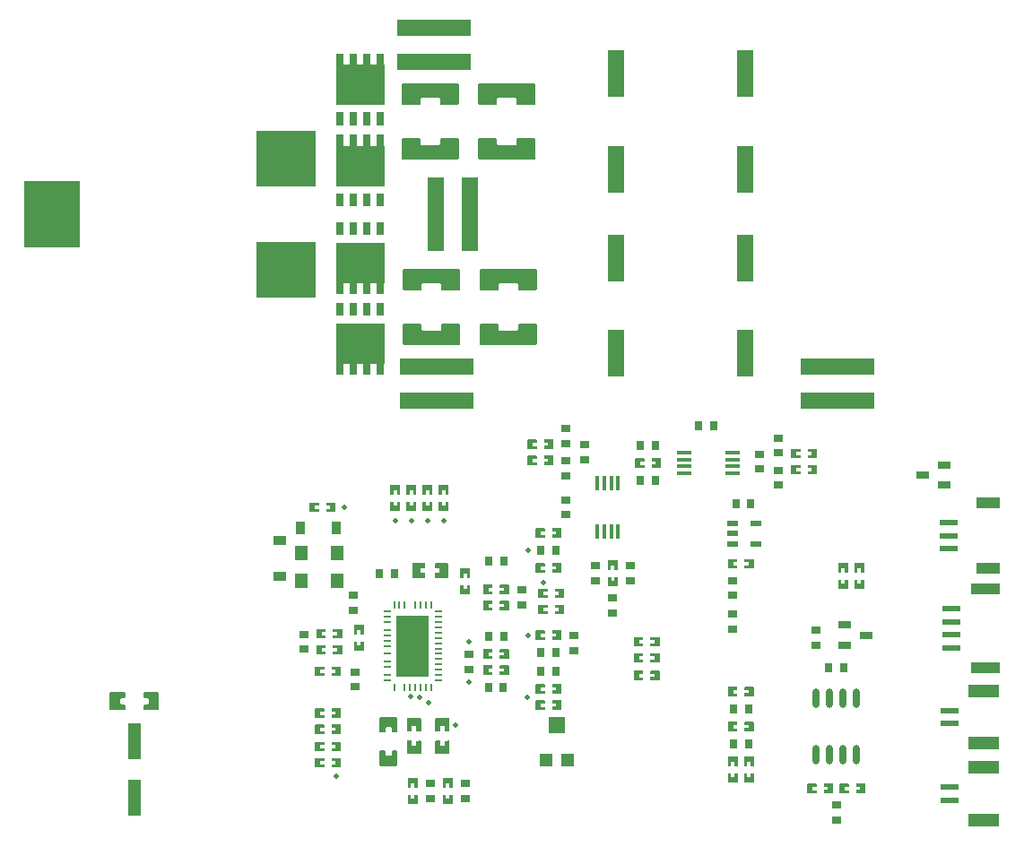
<source format=gtp>
G04 Layer: TopPasteMaskLayer*
G04 EasyEDA Pro v2.2.39.2, 2025-06-05 07:06:46*
G04 Gerber Generator version 0.3*
G04 Scale: 100 percent, Rotated: No, Reflected: No*
G04 Dimensions in millimeters*
G04 Leading zeros omitted, absolute positions, 4 integers and 5 decimals*
G04 Generated by one-click*
%FSLAX45Y45*%
%MOMM*%
%ADD10R,1.65001X4.49999*%
%ADD11R,0.8X0.9*%
%ADD12R,0.9X0.8*%
%ADD13R,1.2X3.49999*%
%ADD14R,0.95001X1.15001*%
%ADD15R,1.15001X0.95001*%
%ADD16R,1.25001X0.7*%
%ADD17R,5.5947X5.33001*%
%ADD18R,5.59001X5.33001*%
%ADD19R,5.28X6.35*%
%ADD20R,6.99999X1.5*%
%ADD21R,1.6X1.5*%
%ADD22R,1.2X1.2*%
%ADD23R,1.5X6.99999*%
%ADD24C,0.5*%
%ADD25R,0.7X0.25001*%
%ADD26R,0.25001X0.7*%
%ADD27R,3.09999X5.85*%
%ADD28R,0.40599X1.397*%
%ADD29R,1.397X0.40599*%
%ADD30O,0.63X1.865*%
%ADD31R,1.7X0.6*%
%ADD32R,2.89999X1.3*%
%ADD33R,2.69999X1.0*%
%ADD34R,2.2X1.0*%
%ADD35R,1.2X1.4*%
%ADD36R,1.0X0.6*%
G75*


G04 PolygonModel Start*
G36*
G01X4870099Y5262900D02*
G01X4711901Y5262900D01*
G01X4701901Y5272900D01*
G01X4701901Y5321239D01*
G01X4691901Y5331239D01*
G01X4528299Y5331239D01*
G01X4518299Y5321239D01*
G01X4518299Y5272900D01*
G01X4508299Y5262900D01*
G01X4350101Y5262900D01*
G01X4340101Y5272900D01*
G01X4340101Y5453901D01*
G01X4350101Y5463901D01*
G01X4870099Y5463901D01*
G01X4880099Y5453901D01*
G01X4880099Y5272900D01*
G01X4870099Y5262900D01*
G37*
G36*
G01X4870099Y4947900D02*
G01X4711901Y4947900D01*
G01X4701901Y4937900D01*
G01X4701901Y4889561D01*
G01X4691901Y4879561D01*
G01X4528299Y4879561D01*
G01X4518299Y4889561D01*
G01X4518299Y4937900D01*
G01X4508299Y4947900D01*
G01X4350101Y4947900D01*
G01X4340101Y4937900D01*
G01X4340101Y4756899D01*
G01X4350101Y4746899D01*
G01X4870099Y4746899D01*
G01X4880099Y4756899D01*
G01X4880099Y4937900D01*
G01X4870099Y4947900D01*
G37*
G36*
G01X4146199Y5262900D02*
G01X3988001Y5262900D01*
G01X3978001Y5272900D01*
G01X3978001Y5321239D01*
G01X3968001Y5331239D01*
G01X3804399Y5331239D01*
G01X3794399Y5321239D01*
G01X3794399Y5272900D01*
G01X3784399Y5262900D01*
G01X3626201Y5262900D01*
G01X3616201Y5272900D01*
G01X3616201Y5453901D01*
G01X3626201Y5463901D01*
G01X4146199Y5463901D01*
G01X4156199Y5453901D01*
G01X4156199Y5272900D01*
G01X4146199Y5262900D01*
G37*
G36*
G01X4146199Y4947900D02*
G01X3988001Y4947900D01*
G01X3978001Y4937900D01*
G01X3978001Y4889561D01*
G01X3968001Y4879561D01*
G01X3804399Y4879561D01*
G01X3794399Y4889561D01*
G01X3794399Y4937900D01*
G01X3784399Y4947900D01*
G01X3626201Y4947900D01*
G01X3616201Y4937900D01*
G01X3616201Y4756899D01*
G01X3626201Y4746899D01*
G01X4146199Y4746899D01*
G01X4156199Y4756899D01*
G01X4156199Y4937900D01*
G01X4146199Y4947900D01*
G37*
G36*
G01X3613501Y6700500D02*
G01X3771699Y6700500D01*
G01X3781699Y6690500D01*
G01X3781699Y6642161D01*
G01X3791699Y6632161D01*
G01X3955301Y6632161D01*
G01X3965301Y6642161D01*
G01X3965301Y6690500D01*
G01X3975301Y6700500D01*
G01X4133499Y6700500D01*
G01X4143499Y6690500D01*
G01X4143499Y6509499D01*
G01X4133499Y6499499D01*
G01X3613501Y6499499D01*
G01X3603501Y6509499D01*
G01X3603501Y6690500D01*
G01X3613501Y6700500D01*
G37*
G36*
G01X3613501Y7015500D02*
G01X3771699Y7015500D01*
G01X3781699Y7025500D01*
G01X3781699Y7073839D01*
G01X3791699Y7083839D01*
G01X3955301Y7083839D01*
G01X3965301Y7073839D01*
G01X3965301Y7025500D01*
G01X3975301Y7015500D01*
G01X4133499Y7015500D01*
G01X4143499Y7025500D01*
G01X4143499Y7206501D01*
G01X4133499Y7216501D01*
G01X3613501Y7216501D01*
G01X3603501Y7206501D01*
G01X3603501Y7025500D01*
G01X3613501Y7015500D01*
G37*
G36*
G01X4337401Y6700500D02*
G01X4495599Y6700500D01*
G01X4505599Y6690500D01*
G01X4505599Y6642161D01*
G01X4515599Y6632161D01*
G01X4679201Y6632161D01*
G01X4689201Y6642161D01*
G01X4689201Y6690500D01*
G01X4699201Y6700500D01*
G01X4857399Y6700500D01*
G01X4867399Y6690500D01*
G01X4867399Y6509499D01*
G01X4857399Y6499499D01*
G01X4337401Y6499499D01*
G01X4327401Y6509499D01*
G01X4327401Y6690500D01*
G01X4337401Y6700500D01*
G37*
G36*
G01X4337401Y7015500D02*
G01X4495599Y7015500D01*
G01X4505599Y7025500D01*
G01X4505599Y7073839D01*
G01X4515599Y7083839D01*
G01X4679201Y7083839D01*
G01X4689201Y7073839D01*
G01X4689201Y7025500D01*
G01X4699201Y7015500D01*
G01X4857399Y7015500D01*
G01X4867399Y7025500D01*
G01X4867399Y7206501D01*
G01X4857399Y7216501D01*
G01X4337401Y7216501D01*
G01X4327401Y7206501D01*
G01X4327401Y7025500D01*
G01X4337401Y7015500D01*
G37*
G36*
G01X3403399Y918299D02*
G01X3440425Y918299D01*
G01X3450425Y908299D01*
G01X3450425Y877809D01*
G01X3460425Y867809D01*
G01X3499175Y867809D01*
G01X3509175Y877809D01*
G01X3509175Y908299D01*
G01X3519175Y918299D01*
G01X3556201Y918299D01*
G01X3566201Y908299D01*
G01X3566201Y779800D01*
G01X3556201Y769800D01*
G01X3403399Y769800D01*
G01X3393399Y779800D01*
G01X3393399Y908299D01*
G01X3403399Y918299D01*
G37*
G36*
G01X3403399Y1088301D02*
G01X3440425Y1088301D01*
G01X3450425Y1098301D01*
G01X3450425Y1128791D01*
G01X3460425Y1138791D01*
G01X3499175Y1138791D01*
G01X3509175Y1128791D01*
G01X3509175Y1098301D01*
G01X3519175Y1088301D01*
G01X3556201Y1088301D01*
G01X3566201Y1098301D01*
G01X3566201Y1226800D01*
G01X3556201Y1236800D01*
G01X3403399Y1236800D01*
G01X3393399Y1226800D01*
G01X3393399Y1098301D01*
G01X3403399Y1088301D01*
G37*
G36*
G01X4051800Y883603D02*
G01X3923802Y883603D01*
G01X3918801Y888604D01*
G01X3918801Y1003605D01*
G01X3923802Y1008604D01*
G01X3964805Y1009106D01*
G01X3964805Y964105D01*
G01X4009804Y964105D01*
G01X4009804Y1008106D01*
G01X4051800Y1008604D01*
G01X4056802Y1003605D01*
G01X4056802Y888604D01*
G01X4051800Y883603D01*
G37*
G36*
G01X3923800Y1224598D02*
G01X4051798Y1224598D01*
G01X4056799Y1219596D01*
G01X4056799Y1104595D01*
G01X4051798Y1099596D01*
G01X4010795Y1099094D01*
G01X4010795Y1144095D01*
G01X3965796Y1144095D01*
G01X3965796Y1100094D01*
G01X3923800Y1099596D01*
G01X3918798Y1104595D01*
G01X3918798Y1219596D01*
G01X3923800Y1224598D01*
G37*
G36*
G01X4043998Y2680200D02*
G01X4043998Y2552202D01*
G01X4038996Y2547201D01*
G01X3923995Y2547201D01*
G01X3918996Y2552202D01*
G01X3918494Y2593205D01*
G01X3963495Y2593205D01*
G01X3963495Y2638204D01*
G01X3919494Y2638204D01*
G01X3918996Y2680200D01*
G01X3923995Y2685202D01*
G01X4038996Y2685202D01*
G01X4043998Y2680200D01*
G37*
G36*
G01X3703003Y2552200D02*
G01X3703003Y2680198D01*
G01X3708004Y2685199D01*
G01X3823005Y2685199D01*
G01X3828004Y2680198D01*
G01X3828506Y2639195D01*
G01X3783505Y2639195D01*
G01X3783505Y2594196D01*
G01X3827506Y2594196D01*
G01X3828004Y2552200D01*
G01X3823005Y2547198D01*
G01X3708004Y2547198D01*
G01X3703003Y2552200D01*
G37*
G36*
G01X3785100Y883603D02*
G01X3657102Y883603D01*
G01X3652101Y888604D01*
G01X3652101Y1003605D01*
G01X3657102Y1008604D01*
G01X3698105Y1009106D01*
G01X3698105Y964105D01*
G01X3743104Y964105D01*
G01X3743104Y1008106D01*
G01X3785100Y1008604D01*
G01X3790102Y1003605D01*
G01X3790102Y888604D01*
G01X3785100Y883603D01*
G37*
G36*
G01X3657100Y1224598D02*
G01X3785098Y1224598D01*
G01X3790099Y1219596D01*
G01X3790099Y1104595D01*
G01X3785098Y1099596D01*
G01X3744095Y1099094D01*
G01X3744095Y1144095D01*
G01X3699096Y1144095D01*
G01X3699096Y1100094D01*
G01X3657100Y1099596D01*
G01X3652098Y1104595D01*
G01X3652098Y1219596D01*
G01X3657100Y1224598D01*
G37*
G36*
G01X1164501Y1307899D02*
G01X1164501Y1344925D01*
G01X1174501Y1354925D01*
G01X1204991Y1354925D01*
G01X1214991Y1364925D01*
G01X1214991Y1403675D01*
G01X1204991Y1413675D01*
G01X1174501Y1413675D01*
G01X1164501Y1423675D01*
G01X1164501Y1460701D01*
G01X1174501Y1470701D01*
G01X1303000Y1470701D01*
G01X1313000Y1460701D01*
G01X1313000Y1307899D01*
G01X1303000Y1297899D01*
G01X1174501Y1297899D01*
G01X1164501Y1307899D01*
G37*
G36*
G01X994499Y1307899D02*
G01X994499Y1344925D01*
G01X984499Y1354925D01*
G01X954009Y1354925D01*
G01X944009Y1364925D01*
G01X944009Y1403675D01*
G01X954009Y1413675D01*
G01X984499Y1413675D01*
G01X994499Y1423675D01*
G01X994499Y1460701D01*
G01X984499Y1470701D01*
G01X856000Y1470701D01*
G01X846000Y1460701D01*
G01X846000Y1307899D01*
G01X856000Y1297899D01*
G01X984499Y1297899D01*
G01X994499Y1307899D01*
G37*
G36*
G01X2987586Y6943560D02*
G01X3057589Y6943560D01*
G01X3057589Y6823558D01*
G01X2987586Y6823558D01*
G01X2987586Y6943560D01*
G37*
G36*
G01X3114586Y6943560D02*
G01X3184589Y6943560D01*
G01X3184589Y6823558D01*
G01X3114586Y6823558D01*
G01X3114586Y6943560D01*
G37*
G36*
G01X3241591Y6943557D02*
G01X3311594Y6943557D01*
G01X3311594Y6823553D01*
G01X3241591Y6823553D01*
G01X3241591Y6943557D01*
G37*
G36*
G01X3368591Y6943555D02*
G01X3438591Y6943555D01*
G01X3438591Y6823553D01*
G01X3368591Y6823553D01*
G01X3368591Y6943555D01*
G37*
G36*
G01X2983088Y7396008D02*
G01X2983088Y7016107D01*
G01X3443087Y7016107D01*
G01X3443087Y7396008D01*
G01X3438088Y7396008D01*
G01X3438088Y7502106D01*
G01X3368088Y7502106D01*
G01X3368088Y7396008D01*
G01X3312086Y7396008D01*
G01X3312086Y7502007D01*
G01X3242188Y7502007D01*
G01X3242188Y7396008D01*
G01X3185086Y7396008D01*
G01X3185086Y7502007D01*
G01X3115188Y7502007D01*
G01X3115188Y7396008D01*
G01X3057987Y7396008D01*
G01X3057987Y7502007D01*
G01X2988086Y7502007D01*
G01X2988086Y7396107D01*
G01X2987987Y7396008D01*
G01X2983088Y7396008D01*
G37*
G36*
G01X3438614Y5024996D02*
G01X3368612Y5024996D01*
G01X3368612Y5144999D01*
G01X3438614Y5144999D01*
G01X3438614Y5024996D01*
G37*
G36*
G01X3311614Y5024996D02*
G01X3241612Y5024996D01*
G01X3241612Y5144999D01*
G01X3311614Y5144999D01*
G01X3311614Y5024996D01*
G37*
G36*
G01X3184609Y5024999D02*
G01X3114606Y5024999D01*
G01X3114606Y5145004D01*
G01X3184609Y5145004D01*
G01X3184609Y5024999D01*
G37*
G36*
G01X3057609Y5025001D02*
G01X2987609Y5025001D01*
G01X2987609Y5145004D01*
G01X3057609Y5145004D01*
G01X3057609Y5025001D01*
G37*
G36*
G01X3443112Y4572549D02*
G01X3443112Y4952449D01*
G01X2983113Y4952449D01*
G01X2983113Y4572549D01*
G01X2988112Y4572549D01*
G01X2988112Y4466450D01*
G01X3058112Y4466450D01*
G01X3058112Y4572549D01*
G01X3114114Y4572549D01*
G01X3114114Y4466549D01*
G01X3184012Y4466549D01*
G01X3184012Y4572549D01*
G01X3241114Y4572549D01*
G01X3241114Y4466549D01*
G01X3311012Y4466549D01*
G01X3311012Y4572549D01*
G01X3368213Y4572549D01*
G01X3368213Y4466549D01*
G01X3438114Y4466549D01*
G01X3438114Y4572450D01*
G01X3438213Y4572549D01*
G01X3443112Y4572549D01*
G37*
G36*
G01X2987586Y6176404D02*
G01X3057589Y6176404D01*
G01X3057589Y6056401D01*
G01X2987586Y6056401D01*
G01X2987586Y6176404D01*
G37*
G36*
G01X3114586Y6176404D02*
G01X3184589Y6176404D01*
G01X3184589Y6056401D01*
G01X3114586Y6056401D01*
G01X3114586Y6176404D01*
G37*
G36*
G01X3241591Y6176401D02*
G01X3311594Y6176401D01*
G01X3311594Y6056396D01*
G01X3241591Y6056396D01*
G01X3241591Y6176401D01*
G37*
G36*
G01X3368591Y6176399D02*
G01X3438591Y6176399D01*
G01X3438591Y6056396D01*
G01X3368591Y6056396D01*
G01X3368591Y6176399D01*
G37*
G36*
G01X2983088Y6628851D02*
G01X2983088Y6248951D01*
G01X3443087Y6248951D01*
G01X3443087Y6628851D01*
G01X3438088Y6628851D01*
G01X3438088Y6734950D01*
G01X3368088Y6734950D01*
G01X3368088Y6628851D01*
G01X3312086Y6628851D01*
G01X3312086Y6734851D01*
G01X3242188Y6734851D01*
G01X3242188Y6628851D01*
G01X3185086Y6628851D01*
G01X3185086Y6734851D01*
G01X3115188Y6734851D01*
G01X3115188Y6628851D01*
G01X3057987Y6628851D01*
G01X3057987Y6734851D01*
G01X2988086Y6734851D01*
G01X2988086Y6628950D01*
G01X2987987Y6628851D01*
G01X2983088Y6628851D01*
G37*
G36*
G01X3438614Y5786996D02*
G01X3368612Y5786996D01*
G01X3368612Y5906999D01*
G01X3438614Y5906999D01*
G01X3438614Y5786996D01*
G37*
G36*
G01X3311614Y5786996D02*
G01X3241612Y5786996D01*
G01X3241612Y5906999D01*
G01X3311614Y5906999D01*
G01X3311614Y5786996D01*
G37*
G36*
G01X3184609Y5786999D02*
G01X3114606Y5786999D01*
G01X3114606Y5907004D01*
G01X3184609Y5907004D01*
G01X3184609Y5786999D01*
G37*
G36*
G01X3057609Y5787001D02*
G01X2987609Y5787001D01*
G01X2987609Y5907004D01*
G01X3057609Y5907004D01*
G01X3057609Y5787001D01*
G37*
G36*
G01X3443112Y5334549D02*
G01X3443112Y5714449D01*
G01X2983113Y5714449D01*
G01X2983113Y5334549D01*
G01X2988112Y5334549D01*
G01X2988112Y5228450D01*
G01X3058112Y5228450D01*
G01X3058112Y5334549D01*
G01X3114114Y5334549D01*
G01X3114114Y5228549D01*
G01X3184012Y5228549D01*
G01X3184012Y5334549D01*
G01X3241114Y5334549D01*
G01X3241114Y5228549D01*
G01X3311012Y5228549D01*
G01X3311012Y5334549D01*
G01X3368213Y5334549D01*
G01X3368213Y5228549D01*
G01X3438114Y5228549D01*
G01X3438114Y5334450D01*
G01X3438213Y5334549D01*
G01X3443112Y5334549D01*
G37*
G36*
G01X3027802Y1314999D02*
G01X2947802Y1314999D01*
G01X2942801Y1309997D01*
G01X2942801Y1287201D01*
G01X2979801Y1287201D01*
G01X2979801Y1254201D01*
G01X2942801Y1254201D01*
G01X2942801Y1229998D01*
G01X2947802Y1224999D01*
G01X3027802Y1224999D01*
G01X3032801Y1229998D01*
G01X3032801Y1309997D01*
G01X3027802Y1314999D01*
G37*
G36*
G01X2788798Y1225001D02*
G01X2868798Y1225001D01*
G01X2873799Y1230003D01*
G01X2873799Y1252799D01*
G01X2836799Y1252799D01*
G01X2836799Y1285799D01*
G01X2873799Y1285799D01*
G01X2873799Y1310002D01*
G01X2868798Y1315001D01*
G01X2788798Y1315001D01*
G01X2783799Y1310002D01*
G01X2783799Y1230003D01*
G01X2788798Y1225001D01*
G37*
G36*
G01X5110602Y1543599D02*
G01X5030602Y1543599D01*
G01X5025601Y1538597D01*
G01X5025601Y1515801D01*
G01X5062601Y1515801D01*
G01X5062601Y1482801D01*
G01X5025601Y1482801D01*
G01X5025601Y1458598D01*
G01X5030602Y1453599D01*
G01X5110602Y1453599D01*
G01X5115601Y1458598D01*
G01X5115601Y1538597D01*
G01X5110602Y1543599D01*
G37*
G36*
G01X4871598Y1453601D02*
G01X4951598Y1453601D01*
G01X4956599Y1458603D01*
G01X4956599Y1481399D01*
G01X4919599Y1481399D01*
G01X4919599Y1514399D01*
G01X4956599Y1514399D01*
G01X4956599Y1538602D01*
G01X4951598Y1543601D01*
G01X4871598Y1543601D01*
G01X4866599Y1538602D01*
G01X4866599Y1458603D01*
G01X4871598Y1453601D01*
G37*
G36*
G01X3588299Y3182498D02*
G01X3588299Y3262498D01*
G01X3583297Y3267499D01*
G01X3560501Y3267499D01*
G01X3560501Y3230499D01*
G01X3527501Y3230499D01*
G01X3527501Y3267499D01*
G01X3503298Y3267499D01*
G01X3498299Y3262498D01*
G01X3498299Y3182498D01*
G01X3503298Y3177499D01*
G01X3583297Y3177499D01*
G01X3588299Y3182498D01*
G37*
G36*
G01X3498301Y3421502D02*
G01X3498301Y3341502D01*
G01X3503303Y3336501D01*
G01X3526099Y3336501D01*
G01X3526099Y3373501D01*
G01X3559099Y3373501D01*
G01X3559099Y3336501D01*
G01X3583302Y3336501D01*
G01X3588301Y3341502D01*
G01X3588301Y3421502D01*
G01X3583302Y3426501D01*
G01X3503303Y3426501D01*
G01X3498301Y3421502D01*
G37*
G36*
G01X3740699Y3182498D02*
G01X3740699Y3262498D01*
G01X3735697Y3267499D01*
G01X3712901Y3267499D01*
G01X3712901Y3230499D01*
G01X3679901Y3230499D01*
G01X3679901Y3267499D01*
G01X3655698Y3267499D01*
G01X3650699Y3262498D01*
G01X3650699Y3182498D01*
G01X3655698Y3177499D01*
G01X3735697Y3177499D01*
G01X3740699Y3182498D01*
G37*
G36*
G01X3650701Y3421502D02*
G01X3650701Y3341502D01*
G01X3655703Y3336501D01*
G01X3678499Y3336501D01*
G01X3678499Y3373501D01*
G01X3711499Y3373501D01*
G01X3711499Y3336501D01*
G01X3735702Y3336501D01*
G01X3740701Y3341502D01*
G01X3740701Y3421502D01*
G01X3735702Y3426501D01*
G01X3655703Y3426501D01*
G01X3650701Y3421502D01*
G37*
G36*
G01X3893099Y3182498D02*
G01X3893099Y3262498D01*
G01X3888097Y3267499D01*
G01X3865301Y3267499D01*
G01X3865301Y3230499D01*
G01X3832301Y3230499D01*
G01X3832301Y3267499D01*
G01X3808098Y3267499D01*
G01X3803099Y3262498D01*
G01X3803099Y3182498D01*
G01X3808098Y3177499D01*
G01X3888097Y3177499D01*
G01X3893099Y3182498D01*
G37*
G36*
G01X3803101Y3421502D02*
G01X3803101Y3341502D01*
G01X3808103Y3336501D01*
G01X3830899Y3336501D01*
G01X3830899Y3373501D01*
G01X3863899Y3373501D01*
G01X3863899Y3336501D01*
G01X3888102Y3336501D01*
G01X3893101Y3341502D01*
G01X3893101Y3421502D01*
G01X3888102Y3426501D01*
G01X3808103Y3426501D01*
G01X3803101Y3421502D01*
G37*
G36*
G01X4045499Y3182498D02*
G01X4045499Y3262498D01*
G01X4040497Y3267499D01*
G01X4017701Y3267499D01*
G01X4017701Y3230499D01*
G01X3984701Y3230499D01*
G01X3984701Y3267499D01*
G01X3960498Y3267499D01*
G01X3955499Y3262498D01*
G01X3955499Y3182498D01*
G01X3960498Y3177499D01*
G01X4040497Y3177499D01*
G01X4045499Y3182498D01*
G37*
G36*
G01X3955501Y3421502D02*
G01X3955501Y3341502D01*
G01X3960503Y3336501D01*
G01X3983299Y3336501D01*
G01X3983299Y3373501D01*
G01X4016299Y3373501D01*
G01X4016299Y3336501D01*
G01X4040502Y3336501D01*
G01X4045501Y3341502D01*
G01X4045501Y3421502D01*
G01X4040502Y3426501D01*
G01X3960503Y3426501D01*
G01X3955501Y3421502D01*
G37*
G36*
G01X5136002Y2445299D02*
G01X5056002Y2445299D01*
G01X5051001Y2440297D01*
G01X5051001Y2417501D01*
G01X5088001Y2417501D01*
G01X5088001Y2384501D01*
G01X5051001Y2384501D01*
G01X5051001Y2360298D01*
G01X5056002Y2355299D01*
G01X5136002Y2355299D01*
G01X5141001Y2360298D01*
G01X5141001Y2440297D01*
G01X5136002Y2445299D01*
G37*
G36*
G01X4896998Y2355301D02*
G01X4976998Y2355301D01*
G01X4981999Y2360303D01*
G01X4981999Y2383099D01*
G01X4944999Y2383099D01*
G01X4944999Y2416099D01*
G01X4981999Y2416099D01*
G01X4981999Y2440302D01*
G01X4976998Y2445301D01*
G01X4896998Y2445301D01*
G01X4891999Y2440302D01*
G01X4891999Y2360303D01*
G01X4896998Y2355301D01*
G37*
G36*
G01X4376298Y1783801D02*
G01X4456298Y1783801D01*
G01X4461299Y1788803D01*
G01X4461299Y1811599D01*
G01X4424299Y1811599D01*
G01X4424299Y1844599D01*
G01X4461299Y1844599D01*
G01X4461299Y1868802D01*
G01X4456298Y1873801D01*
G01X4376298Y1873801D01*
G01X4371299Y1868802D01*
G01X4371299Y1788803D01*
G01X4376298Y1783801D01*
G37*
G36*
G01X4615302Y1873799D02*
G01X4535302Y1873799D01*
G01X4530301Y1868797D01*
G01X4530301Y1846001D01*
G01X4567301Y1846001D01*
G01X4567301Y1813001D01*
G01X4530301Y1813001D01*
G01X4530301Y1788798D01*
G01X4535302Y1783799D01*
G01X4615302Y1783799D01*
G01X4620301Y1788798D01*
G01X4620301Y1868797D01*
G01X4615302Y1873799D01*
G37*
G36*
G01X4376298Y1631401D02*
G01X4456298Y1631401D01*
G01X4461299Y1636403D01*
G01X4461299Y1659199D01*
G01X4424299Y1659199D01*
G01X4424299Y1692199D01*
G01X4461299Y1692199D01*
G01X4461299Y1716402D01*
G01X4456298Y1721401D01*
G01X4376298Y1721401D01*
G01X4371299Y1716402D01*
G01X4371299Y1636403D01*
G01X4376298Y1631401D01*
G37*
G36*
G01X4615302Y1721399D02*
G01X4535302Y1721399D01*
G01X4530301Y1716397D01*
G01X4530301Y1693601D01*
G01X4567301Y1693601D01*
G01X4567301Y1660601D01*
G01X4530301Y1660601D01*
G01X4530301Y1636398D01*
G01X4535302Y1631399D01*
G01X4615302Y1631399D01*
G01X4620301Y1636398D01*
G01X4620301Y1716397D01*
G01X4615302Y1721399D01*
G37*
G36*
G01X7284598Y3676101D02*
G01X7364598Y3676101D01*
G01X7369599Y3681103D01*
G01X7369599Y3703899D01*
G01X7332599Y3703899D01*
G01X7332599Y3736899D01*
G01X7369599Y3736899D01*
G01X7369599Y3761102D01*
G01X7364598Y3766101D01*
G01X7284598Y3766101D01*
G01X7279599Y3761102D01*
G01X7279599Y3681103D01*
G01X7284598Y3676101D01*
G37*
G36*
G01X7523602Y3766099D02*
G01X7443602Y3766099D01*
G01X7438601Y3761097D01*
G01X7438601Y3738301D01*
G01X7475601Y3738301D01*
G01X7475601Y3705301D01*
G01X7438601Y3705301D01*
G01X7438601Y3681098D01*
G01X7443602Y3676099D01*
G01X7523602Y3676099D01*
G01X7528601Y3681098D01*
G01X7528601Y3761097D01*
G01X7523602Y3766099D01*
G37*
G36*
G01X7284598Y3523701D02*
G01X7364598Y3523701D01*
G01X7369599Y3528703D01*
G01X7369599Y3551499D01*
G01X7332599Y3551499D01*
G01X7332599Y3584499D01*
G01X7369599Y3584499D01*
G01X7369599Y3608702D01*
G01X7364598Y3613701D01*
G01X7284598Y3613701D01*
G01X7279599Y3608702D01*
G01X7279599Y3528703D01*
G01X7284598Y3523701D01*
G37*
G36*
G01X7523602Y3613699D02*
G01X7443602Y3613699D01*
G01X7438601Y3608697D01*
G01X7438601Y3585901D01*
G01X7475601Y3585901D01*
G01X7475601Y3552901D01*
G01X7438601Y3552901D01*
G01X7438601Y3528698D01*
G01X7443602Y3523699D01*
G01X7523602Y3523699D01*
G01X7528601Y3528698D01*
G01X7528601Y3608697D01*
G01X7523602Y3613699D01*
G37*
G36*
G01X5034402Y3702599D02*
G01X4954402Y3702599D01*
G01X4949401Y3697597D01*
G01X4949401Y3674801D01*
G01X4986401Y3674801D01*
G01X4986401Y3641801D01*
G01X4949401Y3641801D01*
G01X4949401Y3617598D01*
G01X4954402Y3612599D01*
G01X5034402Y3612599D01*
G01X5039401Y3617598D01*
G01X5039401Y3697597D01*
G01X5034402Y3702599D01*
G37*
G36*
G01X4795398Y3612601D02*
G01X4875398Y3612601D01*
G01X4880399Y3617603D01*
G01X4880399Y3640399D01*
G01X4843399Y3640399D01*
G01X4843399Y3673399D01*
G01X4880399Y3673399D01*
G01X4880399Y3697602D01*
G01X4875398Y3702601D01*
G01X4795398Y3702601D01*
G01X4790399Y3697602D01*
G01X4790399Y3617603D01*
G01X4795398Y3612601D01*
G37*
G36*
G01X5034402Y3854999D02*
G01X4954402Y3854999D01*
G01X4949401Y3849997D01*
G01X4949401Y3827201D01*
G01X4986401Y3827201D01*
G01X4986401Y3794201D01*
G01X4949401Y3794201D01*
G01X4949401Y3769998D01*
G01X4954402Y3764999D01*
G01X5034402Y3764999D01*
G01X5039401Y3769998D01*
G01X5039401Y3849997D01*
G01X5034402Y3854999D01*
G37*
G36*
G01X4795398Y3765001D02*
G01X4875398Y3765001D01*
G01X4880399Y3770003D01*
G01X4880399Y3792799D01*
G01X4843399Y3792799D01*
G01X4843399Y3825799D01*
G01X4880399Y3825799D01*
G01X4880399Y3850002D01*
G01X4875398Y3855001D01*
G01X4795398Y3855001D01*
G01X4790399Y3850002D01*
G01X4790399Y3770003D01*
G01X4795398Y3765001D01*
G37*
G36*
G01X3027802Y1708699D02*
G01X2947802Y1708699D01*
G01X2942801Y1703697D01*
G01X2942801Y1680901D01*
G01X2979801Y1680901D01*
G01X2979801Y1647901D01*
G01X2942801Y1647901D01*
G01X2942801Y1623698D01*
G01X2947802Y1618699D01*
G01X3027802Y1618699D01*
G01X3032801Y1623698D01*
G01X3032801Y1703697D01*
G01X3027802Y1708699D01*
G37*
G36*
G01X2788798Y1618701D02*
G01X2868798Y1618701D01*
G01X2873799Y1623703D01*
G01X2873799Y1646499D01*
G01X2836799Y1646499D01*
G01X2836799Y1679499D01*
G01X2873799Y1679499D01*
G01X2873799Y1703702D01*
G01X2868798Y1708701D01*
G01X2788798Y1708701D01*
G01X2783799Y1703702D01*
G01X2783799Y1623703D01*
G01X2788798Y1618701D01*
G37*
G36*
G01X3027802Y997499D02*
G01X2947802Y997499D01*
G01X2942801Y992497D01*
G01X2942801Y969701D01*
G01X2979801Y969701D01*
G01X2979801Y936701D01*
G01X2942801Y936701D01*
G01X2942801Y912498D01*
G01X2947802Y907499D01*
G01X3027802Y907499D01*
G01X3032801Y912498D01*
G01X3032801Y992497D01*
G01X3027802Y997499D01*
G37*
G36*
G01X2788798Y907501D02*
G01X2868798Y907501D01*
G01X2873799Y912503D01*
G01X2873799Y935299D01*
G01X2836799Y935299D01*
G01X2836799Y968299D01*
G01X2873799Y968299D01*
G01X2873799Y992502D01*
G01X2868798Y997501D01*
G01X2788798Y997501D01*
G01X2783799Y992502D01*
G01X2783799Y912503D01*
G01X2788798Y907501D01*
G37*
G36*
G01X2788798Y755101D02*
G01X2868798Y755101D01*
G01X2873799Y760103D01*
G01X2873799Y782899D01*
G01X2836799Y782899D01*
G01X2836799Y815899D01*
G01X2873799Y815899D01*
G01X2873799Y840102D01*
G01X2868798Y845101D01*
G01X2788798Y845101D01*
G01X2783799Y840102D01*
G01X2783799Y760103D01*
G01X2788798Y755101D01*
G37*
G36*
G01X3027802Y845099D02*
G01X2947802Y845099D01*
G01X2942801Y840097D01*
G01X2942801Y817301D01*
G01X2979801Y817301D01*
G01X2979801Y784301D01*
G01X2942801Y784301D01*
G01X2942801Y760098D01*
G01X2947802Y755099D01*
G01X3027802Y755099D01*
G01X3032801Y760098D01*
G01X3032801Y840097D01*
G01X3027802Y845099D01*
G37*
G36*
G01X3155401Y2100702D02*
G01X3155401Y2020702D01*
G01X3160403Y2015701D01*
G01X3183199Y2015701D01*
G01X3183199Y2052701D01*
G01X3216199Y2052701D01*
G01X3216199Y2015701D01*
G01X3240402Y2015701D01*
G01X3245401Y2020702D01*
G01X3245401Y2100702D01*
G01X3240402Y2105701D01*
G01X3160403Y2105701D01*
G01X3155401Y2100702D01*
G37*
G36*
G01X3245399Y1861698D02*
G01X3245399Y1941698D01*
G01X3240397Y1946699D01*
G01X3217601Y1946699D01*
G01X3217601Y1909699D01*
G01X3184601Y1909699D01*
G01X3184601Y1946699D01*
G01X3160398Y1946699D01*
G01X3155399Y1941698D01*
G01X3155399Y1861698D01*
G01X3160398Y1856699D01*
G01X3240397Y1856699D01*
G01X3245399Y1861698D01*
G37*
G36*
G01X6838401Y856102D02*
G01X6838401Y776102D01*
G01X6843403Y771101D01*
G01X6866199Y771101D01*
G01X6866199Y808101D01*
G01X6899199Y808101D01*
G01X6899199Y771101D01*
G01X6923402Y771101D01*
G01X6928401Y776102D01*
G01X6928401Y856102D01*
G01X6923402Y861101D01*
G01X6843403Y861101D01*
G01X6838401Y856102D01*
G37*
G36*
G01X6928399Y617098D02*
G01X6928399Y697098D01*
G01X6923397Y702099D01*
G01X6900601Y702099D01*
G01X6900601Y665099D01*
G01X6867601Y665099D01*
G01X6867601Y702099D01*
G01X6843398Y702099D01*
G01X6838399Y697098D01*
G01X6838399Y617098D01*
G01X6843398Y612099D01*
G01X6923397Y612099D01*
G01X6928399Y617098D01*
G37*
G36*
G01X6775999Y617098D02*
G01X6775999Y697098D01*
G01X6770997Y702099D01*
G01X6748201Y702099D01*
G01X6748201Y665099D01*
G01X6715201Y665099D01*
G01X6715201Y702099D01*
G01X6690998Y702099D01*
G01X6685999Y697098D01*
G01X6685999Y617098D01*
G01X6690998Y612099D01*
G01X6770997Y612099D01*
G01X6775999Y617098D01*
G37*
G36*
G01X6686001Y856102D02*
G01X6686001Y776102D01*
G01X6691003Y771101D01*
G01X6713799Y771101D01*
G01X6713799Y808101D01*
G01X6746799Y808101D01*
G01X6746799Y771101D01*
G01X6771002Y771101D01*
G01X6776001Y776102D01*
G01X6776001Y856102D01*
G01X6771002Y861101D01*
G01X6691003Y861101D01*
G01X6686001Y856102D01*
G37*
G36*
G01X4083599Y413898D02*
G01X4083599Y493898D01*
G01X4078597Y498899D01*
G01X4055801Y498899D01*
G01X4055801Y461899D01*
G01X4022801Y461899D01*
G01X4022801Y498899D01*
G01X3998598Y498899D01*
G01X3993599Y493898D01*
G01X3993599Y413898D01*
G01X3998598Y408899D01*
G01X4078597Y408899D01*
G01X4083599Y413898D01*
G37*
G36*
G01X3993601Y652902D02*
G01X3993601Y572902D01*
G01X3998603Y567901D01*
G01X4021399Y567901D01*
G01X4021399Y604901D01*
G01X4054399Y604901D01*
G01X4054399Y567901D01*
G01X4078602Y567901D01*
G01X4083601Y572902D01*
G01X4083601Y652902D01*
G01X4078602Y657901D01*
G01X3998603Y657901D01*
G01X3993601Y652902D01*
G37*
G36*
G01X3753399Y413898D02*
G01X3753399Y493898D01*
G01X3748397Y498899D01*
G01X3725601Y498899D01*
G01X3725601Y461899D01*
G01X3692601Y461899D01*
G01X3692601Y498899D01*
G01X3668398Y498899D01*
G01X3663399Y493898D01*
G01X3663399Y413898D01*
G01X3668398Y408899D01*
G01X3748397Y408899D01*
G01X3753399Y413898D01*
G37*
G36*
G01X3663401Y652902D02*
G01X3663401Y572902D01*
G01X3668403Y567901D01*
G01X3691199Y567901D01*
G01X3691199Y604901D01*
G01X3724199Y604901D01*
G01X3724199Y567901D01*
G01X3748402Y567901D01*
G01X3753401Y572902D01*
G01X3753401Y652902D01*
G01X3748402Y657901D01*
G01X3668403Y657901D01*
G01X3663401Y652902D01*
G37*
G36*
G01X4615302Y2330999D02*
G01X4535302Y2330999D01*
G01X4530301Y2325997D01*
G01X4530301Y2303201D01*
G01X4567301Y2303201D01*
G01X4567301Y2270201D01*
G01X4530301Y2270201D01*
G01X4530301Y2245998D01*
G01X4535302Y2240999D01*
G01X4615302Y2240999D01*
G01X4620301Y2245998D01*
G01X4620301Y2325997D01*
G01X4615302Y2330999D01*
G37*
G36*
G01X4376298Y2241001D02*
G01X4456298Y2241001D01*
G01X4461299Y2246003D01*
G01X4461299Y2268799D01*
G01X4424299Y2268799D01*
G01X4424299Y2301799D01*
G01X4461299Y2301799D01*
G01X4461299Y2326002D01*
G01X4456298Y2331001D01*
G01X4376298Y2331001D01*
G01X4371299Y2326002D01*
G01X4371299Y2246003D01*
G01X4376298Y2241001D01*
G37*
G36*
G01X2801498Y1821901D02*
G01X2881498Y1821901D01*
G01X2886499Y1826903D01*
G01X2886499Y1849699D01*
G01X2849499Y1849699D01*
G01X2849499Y1882699D01*
G01X2886499Y1882699D01*
G01X2886499Y1906902D01*
G01X2881498Y1911901D01*
G01X2801498Y1911901D01*
G01X2796499Y1906902D01*
G01X2796499Y1826903D01*
G01X2801498Y1821901D01*
G37*
G36*
G01X3040502Y1911899D02*
G01X2960502Y1911899D01*
G01X2955501Y1906897D01*
G01X2955501Y1884101D01*
G01X2992501Y1884101D01*
G01X2992501Y1851101D01*
G01X2955501Y1851101D01*
G01X2955501Y1826898D01*
G01X2960502Y1821899D01*
G01X3040502Y1821899D01*
G01X3045501Y1826898D01*
G01X3045501Y1906897D01*
G01X3040502Y1911899D01*
G37*
G36*
G01X2737998Y3168101D02*
G01X2817998Y3168101D01*
G01X2822999Y3173103D01*
G01X2822999Y3195899D01*
G01X2785999Y3195899D01*
G01X2785999Y3228899D01*
G01X2822999Y3228899D01*
G01X2822999Y3253102D01*
G01X2817998Y3258101D01*
G01X2737998Y3258101D01*
G01X2732999Y3253102D01*
G01X2732999Y3173103D01*
G01X2737998Y3168101D01*
G37*
G36*
G01X2977002Y3258099D02*
G01X2897002Y3258099D01*
G01X2892001Y3253097D01*
G01X2892001Y3230301D01*
G01X2929001Y3230301D01*
G01X2929001Y3197301D01*
G01X2892001Y3197301D01*
G01X2892001Y3173098D01*
G01X2897002Y3168099D01*
G01X2977002Y3168099D01*
G01X2982001Y3173098D01*
G01X2982001Y3253097D01*
G01X2977002Y3258099D01*
G37*
G36*
G01X6037702Y1670599D02*
G01X5957702Y1670599D01*
G01X5952701Y1665597D01*
G01X5952701Y1642801D01*
G01X5989701Y1642801D01*
G01X5989701Y1609801D01*
G01X5952701Y1609801D01*
G01X5952701Y1585598D01*
G01X5957702Y1580599D01*
G01X6037702Y1580599D01*
G01X6042701Y1585598D01*
G01X6042701Y1665597D01*
G01X6037702Y1670599D01*
G37*
G36*
G01X5798698Y1580601D02*
G01X5878698Y1580601D01*
G01X5883699Y1585603D01*
G01X5883699Y1608399D01*
G01X5846699Y1608399D01*
G01X5846699Y1641399D01*
G01X5883699Y1641399D01*
G01X5883699Y1665602D01*
G01X5878698Y1670601D01*
G01X5798698Y1670601D01*
G01X5793699Y1665602D01*
G01X5793699Y1585603D01*
G01X5798698Y1580601D01*
G37*
G36*
G01X6926702Y1518199D02*
G01X6846702Y1518199D01*
G01X6841701Y1513197D01*
G01X6841701Y1490401D01*
G01X6878701Y1490401D01*
G01X6878701Y1457401D01*
G01X6841701Y1457401D01*
G01X6841701Y1433198D01*
G01X6846702Y1428199D01*
G01X6926702Y1428199D01*
G01X6931701Y1433198D01*
G01X6931701Y1513197D01*
G01X6926702Y1518199D01*
G37*
G36*
G01X6687698Y1428201D02*
G01X6767698Y1428201D01*
G01X6772699Y1433203D01*
G01X6772699Y1455999D01*
G01X6735699Y1455999D01*
G01X6735699Y1488999D01*
G01X6772699Y1488999D01*
G01X6772699Y1513202D01*
G01X6767698Y1518201D01*
G01X6687698Y1518201D01*
G01X6682699Y1513202D01*
G01X6682699Y1433203D01*
G01X6687698Y1428201D01*
G37*
G36*
G01X3027802Y1162599D02*
G01X2947802Y1162599D01*
G01X2942801Y1157597D01*
G01X2942801Y1134801D01*
G01X2979801Y1134801D01*
G01X2979801Y1101801D01*
G01X2942801Y1101801D01*
G01X2942801Y1077598D01*
G01X2947802Y1072599D01*
G01X3027802Y1072599D01*
G01X3032801Y1077598D01*
G01X3032801Y1157597D01*
G01X3027802Y1162599D01*
G37*
G36*
G01X2788798Y1072601D02*
G01X2868798Y1072601D01*
G01X2873799Y1077603D01*
G01X2873799Y1100399D01*
G01X2836799Y1100399D01*
G01X2836799Y1133399D01*
G01X2873799Y1133399D01*
G01X2873799Y1157602D01*
G01X2868798Y1162601D01*
G01X2788798Y1162601D01*
G01X2783799Y1157602D01*
G01X2783799Y1077603D01*
G01X2788798Y1072601D01*
G37*
G36*
G01X6926702Y1187999D02*
G01X6846702Y1187999D01*
G01X6841701Y1182997D01*
G01X6841701Y1160201D01*
G01X6878701Y1160201D01*
G01X6878701Y1127201D01*
G01X6841701Y1127201D01*
G01X6841701Y1102998D01*
G01X6846702Y1097999D01*
G01X6926702Y1097999D01*
G01X6931701Y1102998D01*
G01X6931701Y1182997D01*
G01X6926702Y1187999D01*
G37*
G36*
G01X6687698Y1098001D02*
G01X6767698Y1098001D01*
G01X6772699Y1103003D01*
G01X6772699Y1125799D01*
G01X6735699Y1125799D01*
G01X6735699Y1158799D01*
G01X6772699Y1158799D01*
G01X6772699Y1183002D01*
G01X6767698Y1188001D01*
G01X6687698Y1188001D01*
G01X6682699Y1183002D01*
G01X6682699Y1103003D01*
G01X6687698Y1098001D01*
G37*
G36*
G01X6037702Y1835699D02*
G01X5957702Y1835699D01*
G01X5952701Y1830697D01*
G01X5952701Y1807901D01*
G01X5989701Y1807901D01*
G01X5989701Y1774901D01*
G01X5952701Y1774901D01*
G01X5952701Y1750698D01*
G01X5957702Y1745699D01*
G01X6037702Y1745699D01*
G01X6042701Y1750698D01*
G01X6042701Y1830697D01*
G01X6037702Y1835699D01*
G37*
G36*
G01X5798698Y1745701D02*
G01X5878698Y1745701D01*
G01X5883699Y1750703D01*
G01X5883699Y1773499D01*
G01X5846699Y1773499D01*
G01X5846699Y1806499D01*
G01X5883699Y1806499D01*
G01X5883699Y1830702D01*
G01X5878698Y1835701D01*
G01X5798698Y1835701D01*
G01X5793699Y1830702D01*
G01X5793699Y1750703D01*
G01X5798698Y1745701D01*
G37*
G36*
G01X5798698Y1898101D02*
G01X5878698Y1898101D01*
G01X5883699Y1903103D01*
G01X5883699Y1925899D01*
G01X5846699Y1925899D01*
G01X5846699Y1958899D01*
G01X5883699Y1958899D01*
G01X5883699Y1983102D01*
G01X5878698Y1988101D01*
G01X5798698Y1988101D01*
G01X5793699Y1983102D01*
G01X5793699Y1903103D01*
G01X5798698Y1898101D01*
G37*
G36*
G01X6037702Y1988099D02*
G01X5957702Y1988099D01*
G01X5952701Y1983097D01*
G01X5952701Y1960301D01*
G01X5989701Y1960301D01*
G01X5989701Y1927301D01*
G01X5952701Y1927301D01*
G01X5952701Y1903098D01*
G01X5957702Y1898099D01*
G01X6037702Y1898099D01*
G01X6042701Y1903098D01*
G01X6042701Y1983097D01*
G01X6037702Y1988099D01*
G37*
G36*
G01X5811398Y3587201D02*
G01X5891398Y3587201D01*
G01X5896399Y3592203D01*
G01X5896399Y3614999D01*
G01X5859399Y3614999D01*
G01X5859399Y3647999D01*
G01X5896399Y3647999D01*
G01X5896399Y3672202D01*
G01X5891398Y3677201D01*
G01X5811398Y3677201D01*
G01X5806399Y3672202D01*
G01X5806399Y3592203D01*
G01X5811398Y3587201D01*
G37*
G36*
G01X6050402Y3677199D02*
G01X5970402Y3677199D01*
G01X5965401Y3672197D01*
G01X5965401Y3649401D01*
G01X6002401Y3649401D01*
G01X6002401Y3616401D01*
G01X5965401Y3616401D01*
G01X5965401Y3592198D01*
G01X5970402Y3587199D01*
G01X6050402Y3587199D01*
G01X6055401Y3592198D01*
G01X6055401Y3672197D01*
G01X6050402Y3677199D01*
G37*
G36*
G01X4871598Y2926801D02*
G01X4951598Y2926801D01*
G01X4956599Y2931803D01*
G01X4956599Y2954599D01*
G01X4919599Y2954599D01*
G01X4919599Y2987599D01*
G01X4956599Y2987599D01*
G01X4956599Y3011802D01*
G01X4951598Y3016801D01*
G01X4871598Y3016801D01*
G01X4866599Y3011802D01*
G01X4866599Y2931803D01*
G01X4871598Y2926801D01*
G37*
G36*
G01X5110602Y3016799D02*
G01X5030602Y3016799D01*
G01X5025601Y3011797D01*
G01X5025601Y2989001D01*
G01X5062601Y2989001D01*
G01X5062601Y2956001D01*
G01X5025601Y2956001D01*
G01X5025601Y2931798D01*
G01X5030602Y2926799D01*
G01X5110602Y2926799D01*
G01X5115601Y2931798D01*
G01X5115601Y3011797D01*
G01X5110602Y3016799D01*
G37*
G36*
G01X5110602Y2686599D02*
G01X5030602Y2686599D01*
G01X5025601Y2681597D01*
G01X5025601Y2658801D01*
G01X5062601Y2658801D01*
G01X5062601Y2625801D01*
G01X5025601Y2625801D01*
G01X5025601Y2601598D01*
G01X5030602Y2596599D01*
G01X5110602Y2596599D01*
G01X5115601Y2601598D01*
G01X5115601Y2681597D01*
G01X5110602Y2686599D01*
G37*
G36*
G01X4871598Y2596601D02*
G01X4951598Y2596601D01*
G01X4956599Y2601603D01*
G01X4956599Y2624399D01*
G01X4919599Y2624399D01*
G01X4919599Y2657399D01*
G01X4956599Y2657399D01*
G01X4956599Y2681602D01*
G01X4951598Y2686601D01*
G01X4871598Y2686601D01*
G01X4866599Y2681602D01*
G01X4866599Y2601603D01*
G01X4871598Y2596601D01*
G37*
G36*
G01X4871598Y1301201D02*
G01X4951598Y1301201D01*
G01X4956599Y1306203D01*
G01X4956599Y1328999D01*
G01X4919599Y1328999D01*
G01X4919599Y1361999D01*
G01X4956599Y1361999D01*
G01X4956599Y1386202D01*
G01X4951598Y1391201D01*
G01X4871598Y1391201D01*
G01X4866599Y1386202D01*
G01X4866599Y1306203D01*
G01X4871598Y1301201D01*
G37*
G36*
G01X5110602Y1391199D02*
G01X5030602Y1391199D01*
G01X5025601Y1386197D01*
G01X5025601Y1363401D01*
G01X5062601Y1363401D01*
G01X5062601Y1330401D01*
G01X5025601Y1330401D01*
G01X5025601Y1306198D01*
G01X5030602Y1301199D01*
G01X5110602Y1301199D01*
G01X5115601Y1306198D01*
G01X5115601Y1386197D01*
G01X5110602Y1391199D01*
G37*
G36*
G01X5110602Y2051599D02*
G01X5030602Y2051599D01*
G01X5025601Y2046597D01*
G01X5025601Y2023801D01*
G01X5062601Y2023801D01*
G01X5062601Y1990801D01*
G01X5025601Y1990801D01*
G01X5025601Y1966598D01*
G01X5030602Y1961599D01*
G01X5110602Y1961599D01*
G01X5115601Y1966598D01*
G01X5115601Y2046597D01*
G01X5110602Y2051599D01*
G37*
G36*
G01X4871598Y1961601D02*
G01X4951598Y1961601D01*
G01X4956599Y1966603D01*
G01X4956599Y1989399D01*
G01X4919599Y1989399D01*
G01X4919599Y2022399D01*
G01X4956599Y2022399D01*
G01X4956599Y2046602D01*
G01X4951598Y2051601D01*
G01X4871598Y2051601D01*
G01X4866599Y2046602D01*
G01X4866599Y1966603D01*
G01X4871598Y1961601D01*
G37*
G36*
G01X6926702Y2724699D02*
G01X6846702Y2724699D01*
G01X6841701Y2719697D01*
G01X6841701Y2696901D01*
G01X6878701Y2696901D01*
G01X6878701Y2663901D01*
G01X6841701Y2663901D01*
G01X6841701Y2639698D01*
G01X6846702Y2634699D01*
G01X6926702Y2634699D01*
G01X6931701Y2639698D01*
G01X6931701Y2719697D01*
G01X6926702Y2724699D01*
G37*
G36*
G01X6687698Y2634701D02*
G01X6767698Y2634701D01*
G01X6772699Y2639703D01*
G01X6772699Y2662499D01*
G01X6735699Y2662499D01*
G01X6735699Y2695499D01*
G01X6772699Y2695499D01*
G01X6772699Y2719702D01*
G01X6767698Y2724701D01*
G01X6687698Y2724701D01*
G01X6682699Y2719702D01*
G01X6682699Y2639703D01*
G01X6687698Y2634701D01*
G37*
G36*
G01X5643029Y2471288D02*
G01X5643029Y2551288D01*
G01X5638028Y2556289D01*
G01X5615231Y2556289D01*
G01X5615231Y2519289D01*
G01X5582232Y2519289D01*
G01X5582232Y2556289D01*
G01X5558028Y2556289D01*
G01X5553029Y2551288D01*
G01X5553029Y2471288D01*
G01X5558028Y2466289D01*
G01X5638028Y2466289D01*
G01X5643029Y2471288D01*
G37*
G36*
G01X5553032Y2710292D02*
G01X5553032Y2630292D01*
G01X5558033Y2625291D01*
G01X5580830Y2625291D01*
G01X5580830Y2662291D01*
G01X5613829Y2662291D01*
G01X5613829Y2625291D01*
G01X5638033Y2625291D01*
G01X5643032Y2630292D01*
G01X5643032Y2710292D01*
G01X5638033Y2715290D01*
G01X5558033Y2715290D01*
G01X5553032Y2710292D01*
G37*
G36*
G01X7741798Y513801D02*
G01X7821798Y513801D01*
G01X7826799Y518803D01*
G01X7826799Y541599D01*
G01X7789799Y541599D01*
G01X7789799Y574599D01*
G01X7826799Y574599D01*
G01X7826799Y598802D01*
G01X7821798Y603801D01*
G01X7741798Y603801D01*
G01X7736799Y598802D01*
G01X7736799Y518803D01*
G01X7741798Y513801D01*
G37*
G36*
G01X7980802Y603799D02*
G01X7900802Y603799D01*
G01X7895801Y598797D01*
G01X7895801Y576001D01*
G01X7932801Y576001D01*
G01X7932801Y543001D01*
G01X7895801Y543001D01*
G01X7895801Y518798D01*
G01X7900802Y513799D01*
G01X7980802Y513799D01*
G01X7985801Y518798D01*
G01X7985801Y598797D01*
G01X7980802Y603799D01*
G37*
G36*
G01X7436998Y513801D02*
G01X7516998Y513801D01*
G01X7521999Y518803D01*
G01X7521999Y541599D01*
G01X7484999Y541599D01*
G01X7484999Y574599D01*
G01X7521999Y574599D01*
G01X7521999Y598802D01*
G01X7516998Y603801D01*
G01X7436998Y603801D01*
G01X7431999Y598802D01*
G01X7431999Y518803D01*
G01X7436998Y513801D01*
G37*
G36*
G01X7676002Y603799D02*
G01X7596002Y603799D01*
G01X7591001Y598797D01*
G01X7591001Y576001D01*
G01X7628001Y576001D01*
G01X7628001Y543001D01*
G01X7591001Y543001D01*
G01X7591001Y518798D01*
G01X7596002Y513799D01*
G01X7676002Y513799D01*
G01X7681001Y518798D01*
G01X7681001Y598797D01*
G01X7676002Y603799D01*
G37*
G36*
G01X7817399Y2445898D02*
G01X7817399Y2525898D01*
G01X7812397Y2530899D01*
G01X7789601Y2530899D01*
G01X7789601Y2493899D01*
G01X7756601Y2493899D01*
G01X7756601Y2530899D01*
G01X7732398Y2530899D01*
G01X7727399Y2525898D01*
G01X7727399Y2445898D01*
G01X7732398Y2440899D01*
G01X7812397Y2440899D01*
G01X7817399Y2445898D01*
G37*
G36*
G01X7727401Y2684902D02*
G01X7727401Y2604902D01*
G01X7732403Y2599901D01*
G01X7755199Y2599901D01*
G01X7755199Y2636901D01*
G01X7788199Y2636901D01*
G01X7788199Y2599901D01*
G01X7812402Y2599901D01*
G01X7817401Y2604902D01*
G01X7817401Y2684902D01*
G01X7812402Y2689901D01*
G01X7732403Y2689901D01*
G01X7727401Y2684902D01*
G37*
G36*
G01X7969799Y2445898D02*
G01X7969799Y2525898D01*
G01X7964797Y2530899D01*
G01X7942001Y2530899D01*
G01X7942001Y2493899D01*
G01X7909001Y2493899D01*
G01X7909001Y2530899D01*
G01X7884798Y2530899D01*
G01X7879799Y2525898D01*
G01X7879799Y2445898D01*
G01X7884798Y2440899D01*
G01X7964797Y2440899D01*
G01X7969799Y2445898D01*
G37*
G36*
G01X7879801Y2684902D02*
G01X7879801Y2604902D01*
G01X7884803Y2599901D01*
G01X7907599Y2599901D01*
G01X7907599Y2636901D01*
G01X7940599Y2636901D01*
G01X7940599Y2599901D01*
G01X7964802Y2599901D01*
G01X7969801Y2604902D01*
G01X7969801Y2684902D01*
G01X7964802Y2689901D01*
G01X7884803Y2689901D01*
G01X7879801Y2684902D01*
G37*
G36*
G01X4158701Y2634102D02*
G01X4158701Y2554102D01*
G01X4163703Y2549101D01*
G01X4186499Y2549101D01*
G01X4186499Y2586101D01*
G01X4219499Y2586101D01*
G01X4219499Y2549101D01*
G01X4243702Y2549101D01*
G01X4248701Y2554102D01*
G01X4248701Y2634102D01*
G01X4243702Y2639101D01*
G01X4163703Y2639101D01*
G01X4158701Y2634102D01*
G37*
G36*
G01X4248699Y2395098D02*
G01X4248699Y2475098D01*
G01X4243697Y2480099D01*
G01X4220901Y2480099D01*
G01X4220901Y2443099D01*
G01X4187901Y2443099D01*
G01X4187901Y2480099D01*
G01X4163698Y2480099D01*
G01X4158699Y2475098D01*
G01X4158699Y2395098D01*
G01X4163698Y2390099D01*
G01X4243697Y2390099D01*
G01X4248699Y2395098D01*
G37*
G36*
G01X4615302Y2483399D02*
G01X4535302Y2483399D01*
G01X4530301Y2478397D01*
G01X4530301Y2455601D01*
G01X4567301Y2455601D01*
G01X4567301Y2422601D01*
G01X4530301Y2422601D01*
G01X4530301Y2398398D01*
G01X4535302Y2393399D01*
G01X4615302Y2393399D01*
G01X4620301Y2398398D01*
G01X4620301Y2478397D01*
G01X4615302Y2483399D01*
G37*
G36*
G01X4376298Y2393401D02*
G01X4456298Y2393401D01*
G01X4461299Y2398403D01*
G01X4461299Y2421199D01*
G01X4424299Y2421199D01*
G01X4424299Y2454199D01*
G01X4461299Y2454199D01*
G01X4461299Y2478402D01*
G01X4456298Y2483401D01*
G01X4376298Y2483401D01*
G01X4371299Y2478402D01*
G01X4371299Y2398403D01*
G01X4376298Y2393401D01*
G37*
G36*
G01X2801498Y1974301D02*
G01X2881498Y1974301D01*
G01X2886499Y1979303D01*
G01X2886499Y2002099D01*
G01X2849499Y2002099D01*
G01X2849499Y2035099D01*
G01X2886499Y2035099D01*
G01X2886499Y2059302D01*
G01X2881498Y2064301D01*
G01X2801498Y2064301D01*
G01X2796499Y2059302D01*
G01X2796499Y1979303D01*
G01X2801498Y1974301D01*
G37*
G36*
G01X3040502Y2064299D02*
G01X2960502Y2064299D01*
G01X2955501Y2059297D01*
G01X2955501Y2036501D01*
G01X2992501Y2036501D01*
G01X2992501Y2003501D01*
G01X2955501Y2003501D01*
G01X2955501Y1979298D01*
G01X2960502Y1974299D01*
G01X3040502Y1974299D01*
G01X3045501Y1979298D01*
G01X3045501Y2059297D01*
G01X3040502Y2064299D01*
G37*
G36*
G01X4896998Y2202901D02*
G01X4976998Y2202901D01*
G01X4981999Y2207903D01*
G01X4981999Y2230699D01*
G01X4944999Y2230699D01*
G01X4944999Y2263699D01*
G01X4981999Y2263699D01*
G01X4981999Y2287902D01*
G01X4976998Y2292901D01*
G01X4896998Y2292901D01*
G01X4891999Y2287902D01*
G01X4891999Y2207903D01*
G01X4896998Y2202901D01*
G37*
G36*
G01X5136002Y2292899D02*
G01X5056002Y2292899D01*
G01X5051001Y2287897D01*
G01X5051001Y2265101D01*
G01X5088001Y2265101D01*
G01X5088001Y2232101D01*
G01X5051001Y2232101D01*
G01X5051001Y2207898D01*
G01X5056002Y2202899D01*
G01X5136002Y2202899D01*
G01X5141001Y2207898D01*
G01X5141001Y2287897D01*
G01X5136002Y2292899D01*
G37*

G04 Pad Start*
G54D10*
G01X6845300Y4668114D03*
G01X6845300Y5568086D03*
G01X5626100Y4668114D03*
G01X5626100Y5568086D03*
G01X5626100Y7307986D03*
G01X5626100Y6408014D03*
G01X6845300Y7307986D03*
G01X6845300Y6408014D03*
G54D11*
G01X4565802Y1993900D03*
G01X4425798Y1993900D03*
G01X4423552Y1513545D03*
G01X4563557Y1513545D03*
G54D12*
G01X4241800Y1682598D03*
G01X4241800Y1822602D03*
G01X5156200Y3651402D03*
G01X5156200Y3511398D03*
G01X5156200Y3956202D03*
G01X5156200Y3816198D03*
G01X5334000Y3803802D03*
G01X5334000Y3663798D03*
G01X7162800Y3727298D03*
G01X7162800Y3867302D03*
G01X7162800Y3422498D03*
G01X7162800Y3562502D03*
G01X6985000Y3574898D03*
G01X6985000Y3714902D03*
G01X3162300Y1517498D03*
G01X3162300Y1657502D03*
G01X3873500Y463398D03*
G01X3873500Y603402D03*
G01X4203700Y463398D03*
G01X4203700Y603402D03*
G54D11*
G01X5061102Y1663700D03*
G01X4921098Y1663700D03*
G54D12*
G01X3149600Y2241398D03*
G01X3149600Y2381402D03*
G54D11*
G01X3537102Y2590800D03*
G01X3397098Y2590800D03*
G01X6877202Y1308100D03*
G01X6737198Y1308100D03*
G01X6877202Y977900D03*
G01X6737198Y977900D03*
G01X6547002Y3987800D03*
G01X6406998Y3987800D03*
G54D12*
G01X5156200Y3283102D03*
G01X5156200Y3143098D03*
G01X5435600Y2520798D03*
G01X5435600Y2660802D03*
G54D11*
G01X5061102Y2806700D03*
G01X4921098Y2806700D03*
G01X4565802Y2705100D03*
G01X4425798Y2705100D03*
G01X5061102Y1841500D03*
G01X4921098Y1841500D03*
G54D12*
G01X5232400Y2000402D03*
G01X5232400Y1860398D03*
G01X5765800Y2660802D03*
G01X5765800Y2520798D03*
G54D11*
G01X6000902Y3467100D03*
G01X5860898Y3467100D03*
G01X5860898Y3797300D03*
G01X6000902Y3797300D03*
G54D12*
G01X5598030Y2215987D03*
G01X5598030Y2355992D03*
G01X6731000Y2203602D03*
G01X6731000Y2063598D03*
G01X6731000Y2381098D03*
G01X6731000Y2521102D03*
G54D13*
G01X1079500Y469595D03*
G01X1079500Y1003605D03*
G54D11*
G01X7638898Y1701800D03*
G01X7778902Y1701800D03*
G54D12*
G01X7518400Y1911198D03*
G01X7518400Y2051202D03*
G01X7708900Y400202D03*
G01X7708900Y260198D03*
G54D14*
G01X2650160Y3022600D03*
G01X2988640Y3022600D03*
G54D15*
G01X2451100Y2899740D03*
G01X2451100Y2561260D03*
G54D16*
G01X8723300Y3422904D03*
G01X8723300Y3612896D03*
G01X8523300Y3517900D03*
G01X7786700Y2101596D03*
G01X7786700Y1911604D03*
G01X7986700Y2006600D03*
G54D18*
G01X2513454Y5460200D03*
G54D19*
G01X305940Y5981687D03*
G54D18*
G01X2513454Y6503200D03*
G54D20*
G01X7721600Y4541495D03*
G01X7721600Y4221505D03*
G01X3937000Y4541495D03*
G01X3937000Y4221505D03*
G01X3911600Y7741895D03*
G01X3911600Y7421905D03*
G54D21*
G01X5067300Y1153097D03*
G54D22*
G01X4967300Y828104D03*
G01X5167300Y828104D03*
G54D23*
G01X4249395Y5981700D03*
G01X3929405Y5981700D03*
G54D24*
G01X4786878Y1421239D03*
G01X4940300Y2501900D03*
G01X2982700Y673539D03*
G01X4800600Y2006600D03*
G01X3543300Y3086100D03*
G01X3695700Y3086100D03*
G01X3848100Y3086100D03*
G01X4000500Y3086100D03*
G01X4114800Y1155700D03*
G01X4800600Y2806700D03*
G01X4241800Y1943100D03*
G01X4241800Y1562100D03*
G01X3060694Y3213249D03*
G01X3693155Y1423425D03*
G01X3771900Y1422400D03*
G01X3860800Y1371600D03*
G54D25*
G01X3948405Y1580007D03*
G01X3948405Y1630020D03*
G01X3948405Y1680007D03*
G01X3948405Y1730019D03*
G01X3948405Y1780007D03*
G01X3948405Y1829994D03*
G01X3948405Y1880006D03*
G01X3948405Y1930019D03*
G01X3948405Y1980006D03*
G01X3948405Y2030019D03*
G01X3948405Y2080006D03*
G01X3948405Y2130019D03*
G01X3948405Y2180006D03*
G01X3948405Y2230018D03*
G01X3468395Y2230018D03*
G01X3468395Y2180006D03*
G01X3468395Y2130019D03*
G01X3468395Y2055012D03*
G01X3468395Y2005000D03*
G01X3468395Y1955013D03*
G01X3468395Y1905000D03*
G01X3468395Y1829994D03*
G01X3468395Y1755013D03*
G01X3468395Y1705000D03*
G01X3468395Y1630020D03*
G01X3468395Y1580007D03*
G54D26*
G01X3883406Y1515008D03*
G01X3833393Y1515008D03*
G01X3783406Y1515008D03*
G01X3733394Y1515008D03*
G01X3683406Y1515008D03*
G01X3633394Y1515008D03*
G01X3533394Y1515008D03*
G01X3533394Y2295017D03*
G01X3583407Y2295017D03*
G01X3633394Y2295017D03*
G01X3733394Y2295017D03*
G01X3783406Y2295017D03*
G01X3833393Y2295017D03*
G01X3883406Y2295017D03*
G54D27*
G01X3708400Y1905000D03*
G54D28*
G01X5647411Y3443097D03*
G01X5582412Y3443097D03*
G01X5517388Y3443097D03*
G01X5452389Y3443097D03*
G01X5452389Y2983103D03*
G01X5517388Y2983103D03*
G01X5582412Y2983103D03*
G01X5647411Y2983103D03*
G54D29*
G01X6732397Y3534689D03*
G01X6732397Y3599688D03*
G01X6732397Y3664712D03*
G01X6732397Y3729711D03*
G01X6272403Y3729711D03*
G01X6272403Y3664712D03*
G01X6272403Y3599688D03*
G01X6272403Y3534689D03*
G54D30*
G01X7899400Y1411249D03*
G01X7772400Y1411249D03*
G01X7645400Y1411249D03*
G01X7518400Y1411249D03*
G01X7899400Y874751D03*
G01X7772400Y874751D03*
G01X7645400Y874751D03*
G01X7518400Y874751D03*
G54D31*
G01X8780805Y1169391D03*
G01X8780805Y1294409D03*
G54D32*
G01X9100795Y1479398D03*
G01X9100795Y984402D03*
G54D31*
G01X8780805Y445491D03*
G01X8780805Y570509D03*
G54D32*
G01X9100795Y755498D03*
G01X9100795Y260502D03*
G54D33*
G01X9113457Y1697634D03*
G01X9113457Y2442566D03*
G54D31*
G01X8793544Y2257552D03*
G01X8793544Y2132559D03*
G01X8793544Y2007540D03*
G01X8793544Y1882546D03*
G54D34*
G01X9138907Y2636393D03*
G01X9138892Y3256407D03*
G54D31*
G01X8768093Y3071406D03*
G01X8768093Y2946387D03*
G01X8768093Y2821394D03*
G54D35*
G01X2652801Y2517501D03*
G01X2992806Y2517501D03*
G01X2652801Y2780200D03*
G01X2992806Y2780200D03*
G54D12*
G01X2679700Y1873098D03*
G01X2679700Y2013102D03*
G01X4737100Y2292198D03*
G01X4737100Y2432202D03*
G54D11*
G01X6899606Y3243689D03*
G01X6759602Y3243689D03*
G54D36*
G01X6952311Y3059285D03*
G01X6952311Y2869293D03*
G01X6732297Y3059285D03*
G01X6732297Y2869293D03*
G01X6732297Y2964289D03*
G04 Pad End*

M02*


</source>
